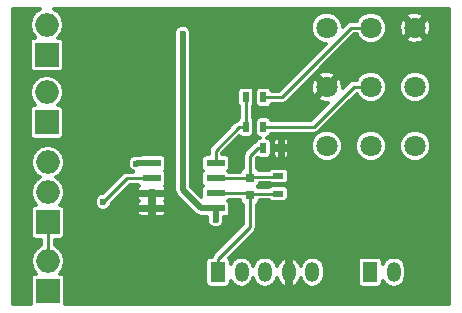
<source format=gbl>
G04 #@! TF.FileFunction,Copper,L2,Bot,Signal*
%FSLAX46Y46*%
G04 Gerber Fmt 4.6, Leading zero omitted, Abs format (unit mm)*
G04 Created by KiCad (PCBNEW 4.0.4-1.fc24-product) date Thu Mar  1 09:38:40 2018*
%MOMM*%
%LPD*%
G01*
G04 APERTURE LIST*
%ADD10C,0.100000*%
%ADD11R,0.500000X0.900000*%
%ADD12R,0.750000X0.800000*%
%ADD13R,0.900000X0.500000*%
%ADD14R,1.550000X0.600000*%
%ADD15C,1.800000*%
%ADD16R,1.200000X1.700000*%
%ADD17O,1.200000X1.700000*%
%ADD18O,1.998980X1.998980*%
%ADD19R,1.998980X1.998980*%
%ADD20C,0.600000*%
%ADD21C,0.250000*%
%ADD22C,0.500000*%
%ADD23C,0.300000*%
G04 APERTURE END LIST*
D10*
D11*
X148250000Y-90300000D03*
X146750000Y-90300000D03*
D12*
X145600000Y-94300000D03*
X145600000Y-92800000D03*
D13*
X148000000Y-94150000D03*
X148000000Y-92650000D03*
D14*
X137300000Y-95405000D03*
X137300000Y-94135000D03*
X137300000Y-92865000D03*
X137300000Y-91595000D03*
X142700000Y-91595000D03*
X142700000Y-92865000D03*
X142700000Y-94135000D03*
X142700000Y-95405000D03*
D15*
X159600000Y-80100000D03*
X155850000Y-80100000D03*
X152100000Y-80100000D03*
X159600000Y-85100000D03*
X155850000Y-85100000D03*
X152100000Y-85100000D03*
X152100000Y-90100000D03*
X155850000Y-90100000D03*
X159600000Y-90100000D03*
D16*
X155800000Y-100800000D03*
D17*
X157800000Y-100800000D03*
D16*
X142900000Y-100800000D03*
D17*
X144900000Y-100800000D03*
X146900000Y-100800000D03*
X148900000Y-100800000D03*
X150900000Y-100800000D03*
D18*
X128405024Y-85573844D03*
D19*
X128405024Y-88113844D03*
D18*
X128500000Y-91500000D03*
D19*
X128500000Y-96580000D03*
D18*
X128500000Y-94040000D03*
X128400000Y-79860000D03*
D19*
X128400000Y-82400000D03*
D18*
X128500000Y-99860000D03*
D19*
X128500000Y-102400000D03*
D11*
X145250000Y-86000000D03*
X146750000Y-86000000D03*
X145250000Y-88500000D03*
X146750000Y-88500000D03*
D20*
X133200000Y-94850000D03*
X136000000Y-91600000D03*
X137300000Y-89200000D03*
X137500000Y-83400000D03*
X142700000Y-96350000D03*
X139900000Y-86050000D03*
X139900000Y-80600000D03*
D21*
X133499999Y-94550001D02*
X133200000Y-94850000D01*
X135185000Y-92865000D02*
X133499999Y-94550001D01*
X137300000Y-92865000D02*
X135185000Y-92865000D01*
D22*
X136025000Y-91595000D02*
X135970000Y-91650000D01*
X135970000Y-91630000D02*
X136000000Y-91600000D01*
X136020000Y-91600000D02*
X135970000Y-91650000D01*
X135970000Y-91650000D02*
X135970000Y-91630000D01*
X137300000Y-91595000D02*
X136025000Y-91595000D01*
D21*
X148000000Y-92650000D02*
X147950000Y-92700000D01*
X147950000Y-92700000D02*
X145700000Y-92700000D01*
X145700000Y-92700000D02*
X145600000Y-92800000D01*
X142700000Y-92865000D02*
X145535000Y-92865000D01*
X145535000Y-92865000D02*
X145600000Y-92800000D01*
X142700000Y-92865000D02*
X142765000Y-92800000D01*
X146750000Y-90300000D02*
X146250000Y-90300000D01*
X146250000Y-90300000D02*
X145600000Y-90950000D01*
X145600000Y-90950000D02*
X145600000Y-91850000D01*
X145600000Y-91850000D02*
X145600000Y-92500000D01*
X128500000Y-99860000D02*
X128500000Y-96580000D01*
X142900000Y-100800000D02*
X142900000Y-99700000D01*
X142900000Y-99700000D02*
X145600000Y-97000000D01*
X145600000Y-97000000D02*
X145600000Y-94950000D01*
X145600000Y-94950000D02*
X145600000Y-94300000D01*
X142700000Y-94135000D02*
X145435000Y-94135000D01*
X145435000Y-94135000D02*
X145600000Y-94300000D01*
X148000000Y-94150000D02*
X145750000Y-94150000D01*
X142900000Y-100550000D02*
X142900000Y-100800000D01*
D22*
X137300000Y-94135000D02*
X137300000Y-95405000D01*
D21*
X146750000Y-86000000D02*
X148300000Y-86000000D01*
X148300000Y-86000000D02*
X154200000Y-80100000D01*
X154200000Y-80100000D02*
X154577208Y-80100000D01*
X154577208Y-80100000D02*
X155850000Y-80100000D01*
X146750000Y-88500000D02*
X151000000Y-88500000D01*
X151000000Y-88500000D02*
X154400000Y-85100000D01*
X154400000Y-85100000D02*
X155850000Y-85100000D01*
D22*
X139900000Y-86050000D02*
X139900000Y-80600000D01*
X142700000Y-95405000D02*
X141455000Y-95405000D01*
X139900000Y-93850000D02*
X139900000Y-86050000D01*
X141455000Y-95405000D02*
X139900000Y-93850000D01*
X146900000Y-100800000D02*
X146900000Y-100550000D01*
X142700000Y-96350000D02*
X142700000Y-96205000D01*
X142700000Y-96205000D02*
X142700000Y-95405000D01*
D21*
X145250000Y-88500000D02*
X145250000Y-86000000D01*
X142700000Y-91595000D02*
X142700000Y-90500000D01*
X142700000Y-90500000D02*
X144700000Y-88500000D01*
X144700000Y-88500000D02*
X145250000Y-88500000D01*
D23*
G36*
X127375056Y-78806659D02*
X127060846Y-79276907D01*
X126950510Y-79831603D01*
X126950510Y-79888397D01*
X127060846Y-80443093D01*
X127375056Y-80913341D01*
X127417489Y-80941694D01*
X127400510Y-80941694D01*
X127233750Y-80973072D01*
X127080591Y-81071627D01*
X126977842Y-81222005D01*
X126941694Y-81400510D01*
X126941694Y-83399490D01*
X126973072Y-83566250D01*
X127071627Y-83719409D01*
X127222005Y-83822158D01*
X127400510Y-83858306D01*
X129399490Y-83858306D01*
X129566250Y-83826928D01*
X129719409Y-83728373D01*
X129822158Y-83577995D01*
X129858306Y-83399490D01*
X129858306Y-81400510D01*
X129826928Y-81233750D01*
X129728373Y-81080591D01*
X129577995Y-80977842D01*
X129399490Y-80941694D01*
X129382511Y-80941694D01*
X129424944Y-80913341D01*
X129535067Y-80748530D01*
X139149870Y-80748530D01*
X139200000Y-80869853D01*
X139200000Y-85780063D01*
X139150131Y-85900161D01*
X139149870Y-86198530D01*
X139200000Y-86319853D01*
X139200000Y-93850000D01*
X139253284Y-94117879D01*
X139405025Y-94344975D01*
X140960025Y-95899975D01*
X141187121Y-96051716D01*
X141455000Y-96105000D01*
X141713319Y-96105000D01*
X141746495Y-96127668D01*
X141925000Y-96163816D01*
X141965223Y-96163816D01*
X141950131Y-96200161D01*
X141949870Y-96498530D01*
X142063811Y-96774286D01*
X142274605Y-96985448D01*
X142550161Y-97099869D01*
X142848530Y-97100130D01*
X143124286Y-96986189D01*
X143335448Y-96775395D01*
X143449869Y-96499839D01*
X143450130Y-96201470D01*
X143434572Y-96163816D01*
X143475000Y-96163816D01*
X143641760Y-96132438D01*
X143794919Y-96033883D01*
X143897668Y-95883505D01*
X143933816Y-95705000D01*
X143933816Y-95105000D01*
X143902438Y-94938240D01*
X143803883Y-94785081D01*
X143783558Y-94771194D01*
X143794919Y-94763883D01*
X143831736Y-94710000D01*
X144768066Y-94710000D01*
X144797562Y-94866760D01*
X144896117Y-95019919D01*
X145025000Y-95107981D01*
X145025000Y-96761827D01*
X142493414Y-99293414D01*
X142368769Y-99479957D01*
X142366536Y-99491184D01*
X142300000Y-99491184D01*
X142133240Y-99522562D01*
X141980081Y-99621117D01*
X141877332Y-99771495D01*
X141841184Y-99950000D01*
X141841184Y-101650000D01*
X141872562Y-101816760D01*
X141971117Y-101969919D01*
X142121495Y-102072668D01*
X142300000Y-102108816D01*
X143500000Y-102108816D01*
X143666760Y-102077438D01*
X143819919Y-101978883D01*
X143922668Y-101828505D01*
X143958816Y-101650000D01*
X143958816Y-101520524D01*
X144157538Y-101817931D01*
X144498182Y-102045543D01*
X144900000Y-102125469D01*
X145301818Y-102045543D01*
X145642462Y-101817931D01*
X145870074Y-101477287D01*
X145900000Y-101326838D01*
X145929926Y-101477287D01*
X146157538Y-101817931D01*
X146498182Y-102045543D01*
X146900000Y-102125469D01*
X147301818Y-102045543D01*
X147642462Y-101817931D01*
X147870074Y-101477287D01*
X147898281Y-101335478D01*
X147946417Y-101517073D01*
X148197745Y-101846440D01*
X148589275Y-102052970D01*
X148750000Y-101975422D01*
X148750000Y-100950000D01*
X148730000Y-100950000D01*
X148730000Y-100650000D01*
X148750000Y-100650000D01*
X148750000Y-99624578D01*
X149050000Y-99624578D01*
X149050000Y-100650000D01*
X149070000Y-100650000D01*
X149070000Y-100950000D01*
X149050000Y-100950000D01*
X149050000Y-101975422D01*
X149210725Y-102052970D01*
X149602255Y-101846440D01*
X149853583Y-101517073D01*
X149901719Y-101335478D01*
X149929926Y-101477287D01*
X150157538Y-101817931D01*
X150498182Y-102045543D01*
X150900000Y-102125469D01*
X151301818Y-102045543D01*
X151642462Y-101817931D01*
X151870074Y-101477287D01*
X151950000Y-101075469D01*
X151950000Y-100524531D01*
X151870074Y-100122713D01*
X151754671Y-99950000D01*
X154741184Y-99950000D01*
X154741184Y-101650000D01*
X154772562Y-101816760D01*
X154871117Y-101969919D01*
X155021495Y-102072668D01*
X155200000Y-102108816D01*
X156400000Y-102108816D01*
X156566760Y-102077438D01*
X156719919Y-101978883D01*
X156822668Y-101828505D01*
X156858816Y-101650000D01*
X156858816Y-101520524D01*
X157057538Y-101817931D01*
X157398182Y-102045543D01*
X157800000Y-102125469D01*
X158201818Y-102045543D01*
X158542462Y-101817931D01*
X158770074Y-101477287D01*
X158850000Y-101075469D01*
X158850000Y-100524531D01*
X158770074Y-100122713D01*
X158542462Y-99782069D01*
X158201818Y-99554457D01*
X157800000Y-99474531D01*
X157398182Y-99554457D01*
X157057538Y-99782069D01*
X156858816Y-100079476D01*
X156858816Y-99950000D01*
X156827438Y-99783240D01*
X156728883Y-99630081D01*
X156578505Y-99527332D01*
X156400000Y-99491184D01*
X155200000Y-99491184D01*
X155033240Y-99522562D01*
X154880081Y-99621117D01*
X154777332Y-99771495D01*
X154741184Y-99950000D01*
X151754671Y-99950000D01*
X151642462Y-99782069D01*
X151301818Y-99554457D01*
X150900000Y-99474531D01*
X150498182Y-99554457D01*
X150157538Y-99782069D01*
X149929926Y-100122713D01*
X149901719Y-100264522D01*
X149853583Y-100082927D01*
X149602255Y-99753560D01*
X149210725Y-99547030D01*
X149050000Y-99624578D01*
X148750000Y-99624578D01*
X148589275Y-99547030D01*
X148197745Y-99753560D01*
X147946417Y-100082927D01*
X147898281Y-100264522D01*
X147870074Y-100122713D01*
X147642462Y-99782069D01*
X147301818Y-99554457D01*
X146900000Y-99474531D01*
X146498182Y-99554457D01*
X146157538Y-99782069D01*
X145929926Y-100122713D01*
X145900000Y-100273162D01*
X145870074Y-100122713D01*
X145642462Y-99782069D01*
X145301818Y-99554457D01*
X144900000Y-99474531D01*
X144498182Y-99554457D01*
X144157538Y-99782069D01*
X143958816Y-100079476D01*
X143958816Y-99950000D01*
X143927438Y-99783240D01*
X143828883Y-99630081D01*
X143801679Y-99611493D01*
X146006587Y-97406586D01*
X146131231Y-97220043D01*
X146175000Y-97000000D01*
X146175000Y-95106049D01*
X146294919Y-95028883D01*
X146397668Y-94878505D01*
X146428753Y-94725000D01*
X147228553Y-94725000D01*
X147371495Y-94822668D01*
X147550000Y-94858816D01*
X148450000Y-94858816D01*
X148616760Y-94827438D01*
X148769919Y-94728883D01*
X148872668Y-94578505D01*
X148908816Y-94400000D01*
X148908816Y-93900000D01*
X148877438Y-93733240D01*
X148778883Y-93580081D01*
X148628505Y-93477332D01*
X148450000Y-93441184D01*
X147550000Y-93441184D01*
X147383240Y-93472562D01*
X147230081Y-93571117D01*
X147227428Y-93575000D01*
X146296447Y-93575000D01*
X146260946Y-93550744D01*
X146294919Y-93528883D01*
X146397668Y-93378505D01*
X146418628Y-93275000D01*
X147301731Y-93275000D01*
X147371495Y-93322668D01*
X147550000Y-93358816D01*
X148450000Y-93358816D01*
X148616760Y-93327438D01*
X148769919Y-93228883D01*
X148872668Y-93078505D01*
X148908816Y-92900000D01*
X148908816Y-92400000D01*
X148877438Y-92233240D01*
X148778883Y-92080081D01*
X148628505Y-91977332D01*
X148450000Y-91941184D01*
X147550000Y-91941184D01*
X147383240Y-91972562D01*
X147230081Y-92071117D01*
X147193264Y-92125000D01*
X146332788Y-92125000D01*
X146303883Y-92080081D01*
X146175000Y-91992019D01*
X146175000Y-91188172D01*
X146243676Y-91119496D01*
X146321495Y-91172668D01*
X146500000Y-91208816D01*
X147000000Y-91208816D01*
X147166760Y-91177438D01*
X147319919Y-91078883D01*
X147422668Y-90928505D01*
X147458816Y-90750000D01*
X147458816Y-90562500D01*
X147550000Y-90562500D01*
X147550000Y-90839510D01*
X147618508Y-91004904D01*
X147745095Y-91131491D01*
X147910489Y-91200000D01*
X148012500Y-91200000D01*
X148125000Y-91087500D01*
X148125000Y-90450000D01*
X148375000Y-90450000D01*
X148375000Y-91087500D01*
X148487500Y-91200000D01*
X148589511Y-91200000D01*
X148754905Y-91131491D01*
X148881492Y-91004904D01*
X148950000Y-90839510D01*
X148950000Y-90562500D01*
X148837500Y-90450000D01*
X148375000Y-90450000D01*
X148125000Y-90450000D01*
X147662500Y-90450000D01*
X147550000Y-90562500D01*
X147458816Y-90562500D01*
X147458816Y-90367353D01*
X150749766Y-90367353D01*
X150954858Y-90863715D01*
X151334288Y-91243807D01*
X151830290Y-91449765D01*
X152367353Y-91450234D01*
X152863715Y-91245142D01*
X153243807Y-90865712D01*
X153449765Y-90369710D01*
X153449767Y-90367353D01*
X154499766Y-90367353D01*
X154704858Y-90863715D01*
X155084288Y-91243807D01*
X155580290Y-91449765D01*
X156117353Y-91450234D01*
X156613715Y-91245142D01*
X156993807Y-90865712D01*
X157199765Y-90369710D01*
X157199767Y-90367353D01*
X158249766Y-90367353D01*
X158454858Y-90863715D01*
X158834288Y-91243807D01*
X159330290Y-91449765D01*
X159867353Y-91450234D01*
X160363715Y-91245142D01*
X160743807Y-90865712D01*
X160949765Y-90369710D01*
X160950234Y-89832647D01*
X160745142Y-89336285D01*
X160365712Y-88956193D01*
X159869710Y-88750235D01*
X159332647Y-88749766D01*
X158836285Y-88954858D01*
X158456193Y-89334288D01*
X158250235Y-89830290D01*
X158249766Y-90367353D01*
X157199767Y-90367353D01*
X157200234Y-89832647D01*
X156995142Y-89336285D01*
X156615712Y-88956193D01*
X156119710Y-88750235D01*
X155582647Y-88749766D01*
X155086285Y-88954858D01*
X154706193Y-89334288D01*
X154500235Y-89830290D01*
X154499766Y-90367353D01*
X153449767Y-90367353D01*
X153450234Y-89832647D01*
X153245142Y-89336285D01*
X152865712Y-88956193D01*
X152369710Y-88750235D01*
X151832647Y-88749766D01*
X151336285Y-88954858D01*
X150956193Y-89334288D01*
X150750235Y-89830290D01*
X150749766Y-90367353D01*
X147458816Y-90367353D01*
X147458816Y-89850000D01*
X147441974Y-89760490D01*
X147550000Y-89760490D01*
X147550000Y-90037500D01*
X147662500Y-90150000D01*
X148125000Y-90150000D01*
X148125000Y-89512500D01*
X148375000Y-89512500D01*
X148375000Y-90150000D01*
X148837500Y-90150000D01*
X148950000Y-90037500D01*
X148950000Y-89760490D01*
X148881492Y-89595096D01*
X148754905Y-89468509D01*
X148589511Y-89400000D01*
X148487500Y-89400000D01*
X148375000Y-89512500D01*
X148125000Y-89512500D01*
X148012500Y-89400000D01*
X147910489Y-89400000D01*
X147745095Y-89468509D01*
X147618508Y-89595096D01*
X147550000Y-89760490D01*
X147441974Y-89760490D01*
X147427438Y-89683240D01*
X147328883Y-89530081D01*
X147178505Y-89427332D01*
X147045133Y-89400324D01*
X147166760Y-89377438D01*
X147319919Y-89278883D01*
X147422668Y-89128505D01*
X147433503Y-89075000D01*
X151000000Y-89075000D01*
X151220043Y-89031231D01*
X151406586Y-88906586D01*
X154630184Y-85682988D01*
X154704858Y-85863715D01*
X155084288Y-86243807D01*
X155580290Y-86449765D01*
X156117353Y-86450234D01*
X156613715Y-86245142D01*
X156993807Y-85865712D01*
X157199765Y-85369710D01*
X157199767Y-85367353D01*
X158249766Y-85367353D01*
X158454858Y-85863715D01*
X158834288Y-86243807D01*
X159330290Y-86449765D01*
X159867353Y-86450234D01*
X160363715Y-86245142D01*
X160743807Y-85865712D01*
X160949765Y-85369710D01*
X160950234Y-84832647D01*
X160745142Y-84336285D01*
X160365712Y-83956193D01*
X159869710Y-83750235D01*
X159332647Y-83749766D01*
X158836285Y-83954858D01*
X158456193Y-84334288D01*
X158250235Y-84830290D01*
X158249766Y-85367353D01*
X157199767Y-85367353D01*
X157200234Y-84832647D01*
X156995142Y-84336285D01*
X156615712Y-83956193D01*
X156119710Y-83750235D01*
X155582647Y-83749766D01*
X155086285Y-83954858D01*
X154706193Y-84334288D01*
X154627002Y-84525000D01*
X154400000Y-84525000D01*
X154179957Y-84568769D01*
X153993414Y-84693414D01*
X153462046Y-85224782D01*
X153427939Y-84737804D01*
X153295105Y-84417116D01*
X153093496Y-84318636D01*
X152312132Y-85100000D01*
X152326275Y-85114143D01*
X152114143Y-85326275D01*
X152100000Y-85312132D01*
X151318636Y-86093496D01*
X151417116Y-86295105D01*
X151926444Y-86465462D01*
X152243577Y-86443251D01*
X150761828Y-87925000D01*
X147435296Y-87925000D01*
X147427438Y-87883240D01*
X147328883Y-87730081D01*
X147178505Y-87627332D01*
X147000000Y-87591184D01*
X146500000Y-87591184D01*
X146333240Y-87622562D01*
X146180081Y-87721117D01*
X146077332Y-87871495D01*
X146041184Y-88050000D01*
X146041184Y-88950000D01*
X146072562Y-89116760D01*
X146171117Y-89269919D01*
X146321495Y-89372668D01*
X146454867Y-89399676D01*
X146333240Y-89422562D01*
X146180081Y-89521117D01*
X146077332Y-89671495D01*
X146058795Y-89763033D01*
X146029957Y-89768769D01*
X145843414Y-89893413D01*
X145193414Y-90543414D01*
X145068769Y-90729957D01*
X145025000Y-90950000D01*
X145025000Y-91993951D01*
X144905081Y-92071117D01*
X144802332Y-92221495D01*
X144788459Y-92290000D01*
X143832788Y-92290000D01*
X143803883Y-92245081D01*
X143783558Y-92231194D01*
X143794919Y-92223883D01*
X143897668Y-92073505D01*
X143933816Y-91895000D01*
X143933816Y-91295000D01*
X143902438Y-91128240D01*
X143803883Y-90975081D01*
X143653505Y-90872332D01*
X143475000Y-90836184D01*
X143275000Y-90836184D01*
X143275000Y-90738172D01*
X144713972Y-89299200D01*
X144821495Y-89372668D01*
X145000000Y-89408816D01*
X145500000Y-89408816D01*
X145666760Y-89377438D01*
X145819919Y-89278883D01*
X145922668Y-89128505D01*
X145958816Y-88950000D01*
X145958816Y-88050000D01*
X145927438Y-87883240D01*
X145828883Y-87730081D01*
X145825000Y-87727428D01*
X145825000Y-86771447D01*
X145922668Y-86628505D01*
X145958816Y-86450000D01*
X145958816Y-85550000D01*
X146041184Y-85550000D01*
X146041184Y-86450000D01*
X146072562Y-86616760D01*
X146171117Y-86769919D01*
X146321495Y-86872668D01*
X146500000Y-86908816D01*
X147000000Y-86908816D01*
X147166760Y-86877438D01*
X147319919Y-86778883D01*
X147422668Y-86628505D01*
X147433503Y-86575000D01*
X148300000Y-86575000D01*
X148520043Y-86531231D01*
X148706586Y-86406586D01*
X150186728Y-84926444D01*
X150734538Y-84926444D01*
X150772061Y-85462196D01*
X150904895Y-85782884D01*
X151106504Y-85881364D01*
X151887868Y-85100000D01*
X151106504Y-84318636D01*
X150904895Y-84417116D01*
X150734538Y-84926444D01*
X150186728Y-84926444D01*
X151006668Y-84106504D01*
X151318636Y-84106504D01*
X152100000Y-84887868D01*
X152881364Y-84106504D01*
X152782884Y-83904895D01*
X152273556Y-83734538D01*
X151737804Y-83772061D01*
X151417116Y-83904895D01*
X151318636Y-84106504D01*
X151006668Y-84106504D01*
X154438172Y-80675000D01*
X154626883Y-80675000D01*
X154704858Y-80863715D01*
X155084288Y-81243807D01*
X155580290Y-81449765D01*
X156117353Y-81450234D01*
X156613715Y-81245142D01*
X156765625Y-81093496D01*
X158818636Y-81093496D01*
X158917116Y-81295105D01*
X159426444Y-81465462D01*
X159962196Y-81427939D01*
X160282884Y-81295105D01*
X160381364Y-81093496D01*
X159600000Y-80312132D01*
X158818636Y-81093496D01*
X156765625Y-81093496D01*
X156993807Y-80865712D01*
X157199765Y-80369710D01*
X157200152Y-79926444D01*
X158234538Y-79926444D01*
X158272061Y-80462196D01*
X158404895Y-80782884D01*
X158606504Y-80881364D01*
X159387868Y-80100000D01*
X159812132Y-80100000D01*
X160593496Y-80881364D01*
X160795105Y-80782884D01*
X160965462Y-80273556D01*
X160927939Y-79737804D01*
X160795105Y-79417116D01*
X160593496Y-79318636D01*
X159812132Y-80100000D01*
X159387868Y-80100000D01*
X158606504Y-79318636D01*
X158404895Y-79417116D01*
X158234538Y-79926444D01*
X157200152Y-79926444D01*
X157200234Y-79832647D01*
X156995142Y-79336285D01*
X156765762Y-79106504D01*
X158818636Y-79106504D01*
X159600000Y-79887868D01*
X160381364Y-79106504D01*
X160282884Y-78904895D01*
X159773556Y-78734538D01*
X159237804Y-78772061D01*
X158917116Y-78904895D01*
X158818636Y-79106504D01*
X156765762Y-79106504D01*
X156615712Y-78956193D01*
X156119710Y-78750235D01*
X155582647Y-78749766D01*
X155086285Y-78954858D01*
X154706193Y-79334288D01*
X154627002Y-79525000D01*
X154200000Y-79525000D01*
X153979957Y-79568769D01*
X153793414Y-79693414D01*
X153450056Y-80036772D01*
X153450234Y-79832647D01*
X153245142Y-79336285D01*
X152865712Y-78956193D01*
X152369710Y-78750235D01*
X151832647Y-78749766D01*
X151336285Y-78954858D01*
X150956193Y-79334288D01*
X150750235Y-79830290D01*
X150749766Y-80367353D01*
X150954858Y-80863715D01*
X151334288Y-81243807D01*
X151830290Y-81449765D01*
X152036883Y-81449945D01*
X148061828Y-85425000D01*
X147435296Y-85425000D01*
X147427438Y-85383240D01*
X147328883Y-85230081D01*
X147178505Y-85127332D01*
X147000000Y-85091184D01*
X146500000Y-85091184D01*
X146333240Y-85122562D01*
X146180081Y-85221117D01*
X146077332Y-85371495D01*
X146041184Y-85550000D01*
X145958816Y-85550000D01*
X145927438Y-85383240D01*
X145828883Y-85230081D01*
X145678505Y-85127332D01*
X145500000Y-85091184D01*
X145000000Y-85091184D01*
X144833240Y-85122562D01*
X144680081Y-85221117D01*
X144577332Y-85371495D01*
X144541184Y-85550000D01*
X144541184Y-86450000D01*
X144572562Y-86616760D01*
X144671117Y-86769919D01*
X144675000Y-86772572D01*
X144675000Y-87728553D01*
X144577332Y-87871495D01*
X144560894Y-87952670D01*
X144479957Y-87968769D01*
X144293414Y-88093414D01*
X142293414Y-90093414D01*
X142168769Y-90279957D01*
X142125000Y-90500000D01*
X142125000Y-90836184D01*
X141925000Y-90836184D01*
X141758240Y-90867562D01*
X141605081Y-90966117D01*
X141502332Y-91116495D01*
X141466184Y-91295000D01*
X141466184Y-91895000D01*
X141497562Y-92061760D01*
X141596117Y-92214919D01*
X141616442Y-92228806D01*
X141605081Y-92236117D01*
X141502332Y-92386495D01*
X141466184Y-92565000D01*
X141466184Y-93165000D01*
X141497562Y-93331760D01*
X141596117Y-93484919D01*
X141616442Y-93498806D01*
X141605081Y-93506117D01*
X141502332Y-93656495D01*
X141466184Y-93835000D01*
X141466184Y-94426234D01*
X140600000Y-93560050D01*
X140600000Y-86319937D01*
X140649869Y-86199839D01*
X140650130Y-85901470D01*
X140600000Y-85780147D01*
X140600000Y-80869937D01*
X140649869Y-80749839D01*
X140650130Y-80451470D01*
X140536189Y-80175714D01*
X140325395Y-79964552D01*
X140049839Y-79850131D01*
X139751470Y-79849870D01*
X139475714Y-79963811D01*
X139264552Y-80174605D01*
X139150131Y-80450161D01*
X139149870Y-80748530D01*
X129535067Y-80748530D01*
X129739154Y-80443093D01*
X129849490Y-79888397D01*
X129849490Y-79831603D01*
X129739154Y-79276907D01*
X129424944Y-78806659D01*
X129003412Y-78525000D01*
X162475000Y-78525000D01*
X162475000Y-103475000D01*
X129943015Y-103475000D01*
X129958306Y-103399490D01*
X129958306Y-101400510D01*
X129926928Y-101233750D01*
X129828373Y-101080591D01*
X129677995Y-100977842D01*
X129499490Y-100941694D01*
X129482511Y-100941694D01*
X129524944Y-100913341D01*
X129839154Y-100443093D01*
X129949490Y-99888397D01*
X129949490Y-99831603D01*
X129839154Y-99276907D01*
X129524944Y-98806659D01*
X129075000Y-98506016D01*
X129075000Y-98038306D01*
X129499490Y-98038306D01*
X129666250Y-98006928D01*
X129819409Y-97908373D01*
X129922158Y-97757995D01*
X129958306Y-97579490D01*
X129958306Y-95667500D01*
X136075000Y-95667500D01*
X136075000Y-95794510D01*
X136143508Y-95959904D01*
X136270095Y-96086491D01*
X136435489Y-96155000D01*
X137037500Y-96155000D01*
X137150000Y-96042500D01*
X137150000Y-95555000D01*
X137450000Y-95555000D01*
X137450000Y-96042500D01*
X137562500Y-96155000D01*
X138164511Y-96155000D01*
X138329905Y-96086491D01*
X138456492Y-95959904D01*
X138525000Y-95794510D01*
X138525000Y-95667500D01*
X138412500Y-95555000D01*
X137450000Y-95555000D01*
X137150000Y-95555000D01*
X136187500Y-95555000D01*
X136075000Y-95667500D01*
X129958306Y-95667500D01*
X129958306Y-95580510D01*
X129926928Y-95413750D01*
X129828373Y-95260591D01*
X129677995Y-95157842D01*
X129499490Y-95121694D01*
X129482511Y-95121694D01*
X129524944Y-95093341D01*
X129588294Y-94998530D01*
X132449870Y-94998530D01*
X132563811Y-95274286D01*
X132774605Y-95485448D01*
X133050161Y-95599869D01*
X133348530Y-95600130D01*
X133624286Y-95486189D01*
X133835448Y-95275395D01*
X133949869Y-94999839D01*
X133949945Y-94913227D01*
X134465672Y-94397500D01*
X136075000Y-94397500D01*
X136075000Y-94524510D01*
X136143508Y-94689904D01*
X136223604Y-94770000D01*
X136143508Y-94850096D01*
X136075000Y-95015490D01*
X136075000Y-95142500D01*
X136187500Y-95255000D01*
X137150000Y-95255000D01*
X137150000Y-94285000D01*
X137450000Y-94285000D01*
X137450000Y-95255000D01*
X138412500Y-95255000D01*
X138525000Y-95142500D01*
X138525000Y-95015490D01*
X138456492Y-94850096D01*
X138376396Y-94770000D01*
X138456492Y-94689904D01*
X138525000Y-94524510D01*
X138525000Y-94397500D01*
X138412500Y-94285000D01*
X137450000Y-94285000D01*
X137150000Y-94285000D01*
X136187500Y-94285000D01*
X136075000Y-94397500D01*
X134465672Y-94397500D01*
X135423173Y-93440000D01*
X136167212Y-93440000D01*
X136196117Y-93484919D01*
X136221406Y-93502198D01*
X136143508Y-93580096D01*
X136075000Y-93745490D01*
X136075000Y-93872500D01*
X136187500Y-93985000D01*
X137150000Y-93985000D01*
X137150000Y-93965000D01*
X137450000Y-93965000D01*
X137450000Y-93985000D01*
X138412500Y-93985000D01*
X138525000Y-93872500D01*
X138525000Y-93745490D01*
X138456492Y-93580096D01*
X138379926Y-93503530D01*
X138394919Y-93493883D01*
X138497668Y-93343505D01*
X138533816Y-93165000D01*
X138533816Y-92565000D01*
X138502438Y-92398240D01*
X138403883Y-92245081D01*
X138383558Y-92231194D01*
X138394919Y-92223883D01*
X138497668Y-92073505D01*
X138533816Y-91895000D01*
X138533816Y-91295000D01*
X138502438Y-91128240D01*
X138403883Y-90975081D01*
X138253505Y-90872332D01*
X138075000Y-90836184D01*
X136525000Y-90836184D01*
X136358240Y-90867562D01*
X136315600Y-90895000D01*
X136257895Y-90895000D01*
X136149839Y-90850131D01*
X135851470Y-90849870D01*
X135575714Y-90963811D01*
X135364552Y-91174605D01*
X135250131Y-91450161D01*
X135249870Y-91748530D01*
X135363811Y-92024286D01*
X135456270Y-92116907D01*
X135475025Y-92144975D01*
X135502848Y-92163566D01*
X135574605Y-92235448D01*
X135669234Y-92274741D01*
X135692070Y-92290000D01*
X135185000Y-92290000D01*
X134964957Y-92333769D01*
X134778413Y-92458414D01*
X133136883Y-94099945D01*
X133051470Y-94099870D01*
X132775714Y-94213811D01*
X132564552Y-94424605D01*
X132450131Y-94700161D01*
X132449870Y-94998530D01*
X129588294Y-94998530D01*
X129839154Y-94623093D01*
X129949490Y-94068397D01*
X129949490Y-94011603D01*
X129839154Y-93456907D01*
X129524944Y-92986659D01*
X129200691Y-92770000D01*
X129524944Y-92553341D01*
X129839154Y-92083093D01*
X129949490Y-91528397D01*
X129949490Y-91471603D01*
X129839154Y-90916907D01*
X129524944Y-90446659D01*
X129054696Y-90132449D01*
X128500000Y-90022113D01*
X127945304Y-90132449D01*
X127475056Y-90446659D01*
X127160846Y-90916907D01*
X127050510Y-91471603D01*
X127050510Y-91528397D01*
X127160846Y-92083093D01*
X127475056Y-92553341D01*
X127799309Y-92770000D01*
X127475056Y-92986659D01*
X127160846Y-93456907D01*
X127050510Y-94011603D01*
X127050510Y-94068397D01*
X127160846Y-94623093D01*
X127475056Y-95093341D01*
X127517489Y-95121694D01*
X127500510Y-95121694D01*
X127333750Y-95153072D01*
X127180591Y-95251627D01*
X127077842Y-95402005D01*
X127041694Y-95580510D01*
X127041694Y-97579490D01*
X127073072Y-97746250D01*
X127171627Y-97899409D01*
X127322005Y-98002158D01*
X127500510Y-98038306D01*
X127925000Y-98038306D01*
X127925000Y-98506016D01*
X127475056Y-98806659D01*
X127160846Y-99276907D01*
X127050510Y-99831603D01*
X127050510Y-99888397D01*
X127160846Y-100443093D01*
X127475056Y-100913341D01*
X127517489Y-100941694D01*
X127500510Y-100941694D01*
X127333750Y-100973072D01*
X127180591Y-101071627D01*
X127077842Y-101222005D01*
X127041694Y-101400510D01*
X127041694Y-103399490D01*
X127055902Y-103475000D01*
X125525000Y-103475000D01*
X125525000Y-87114354D01*
X126946718Y-87114354D01*
X126946718Y-89113334D01*
X126978096Y-89280094D01*
X127076651Y-89433253D01*
X127227029Y-89536002D01*
X127405534Y-89572150D01*
X129404514Y-89572150D01*
X129571274Y-89540772D01*
X129724433Y-89442217D01*
X129827182Y-89291839D01*
X129863330Y-89113334D01*
X129863330Y-87114354D01*
X129831952Y-86947594D01*
X129733397Y-86794435D01*
X129583019Y-86691686D01*
X129404514Y-86655538D01*
X129387535Y-86655538D01*
X129429968Y-86627185D01*
X129744178Y-86156937D01*
X129854514Y-85602241D01*
X129854514Y-85545447D01*
X129744178Y-84990751D01*
X129429968Y-84520503D01*
X128959720Y-84206293D01*
X128405024Y-84095957D01*
X127850328Y-84206293D01*
X127380080Y-84520503D01*
X127065870Y-84990751D01*
X126955534Y-85545447D01*
X126955534Y-85602241D01*
X127065870Y-86156937D01*
X127380080Y-86627185D01*
X127422513Y-86655538D01*
X127405534Y-86655538D01*
X127238774Y-86686916D01*
X127085615Y-86785471D01*
X126982866Y-86935849D01*
X126946718Y-87114354D01*
X125525000Y-87114354D01*
X125525000Y-78525000D01*
X127796588Y-78525000D01*
X127375056Y-78806659D01*
X127375056Y-78806659D01*
G37*
X127375056Y-78806659D02*
X127060846Y-79276907D01*
X126950510Y-79831603D01*
X126950510Y-79888397D01*
X127060846Y-80443093D01*
X127375056Y-80913341D01*
X127417489Y-80941694D01*
X127400510Y-80941694D01*
X127233750Y-80973072D01*
X127080591Y-81071627D01*
X126977842Y-81222005D01*
X126941694Y-81400510D01*
X126941694Y-83399490D01*
X126973072Y-83566250D01*
X127071627Y-83719409D01*
X127222005Y-83822158D01*
X127400510Y-83858306D01*
X129399490Y-83858306D01*
X129566250Y-83826928D01*
X129719409Y-83728373D01*
X129822158Y-83577995D01*
X129858306Y-83399490D01*
X129858306Y-81400510D01*
X129826928Y-81233750D01*
X129728373Y-81080591D01*
X129577995Y-80977842D01*
X129399490Y-80941694D01*
X129382511Y-80941694D01*
X129424944Y-80913341D01*
X129535067Y-80748530D01*
X139149870Y-80748530D01*
X139200000Y-80869853D01*
X139200000Y-85780063D01*
X139150131Y-85900161D01*
X139149870Y-86198530D01*
X139200000Y-86319853D01*
X139200000Y-93850000D01*
X139253284Y-94117879D01*
X139405025Y-94344975D01*
X140960025Y-95899975D01*
X141187121Y-96051716D01*
X141455000Y-96105000D01*
X141713319Y-96105000D01*
X141746495Y-96127668D01*
X141925000Y-96163816D01*
X141965223Y-96163816D01*
X141950131Y-96200161D01*
X141949870Y-96498530D01*
X142063811Y-96774286D01*
X142274605Y-96985448D01*
X142550161Y-97099869D01*
X142848530Y-97100130D01*
X143124286Y-96986189D01*
X143335448Y-96775395D01*
X143449869Y-96499839D01*
X143450130Y-96201470D01*
X143434572Y-96163816D01*
X143475000Y-96163816D01*
X143641760Y-96132438D01*
X143794919Y-96033883D01*
X143897668Y-95883505D01*
X143933816Y-95705000D01*
X143933816Y-95105000D01*
X143902438Y-94938240D01*
X143803883Y-94785081D01*
X143783558Y-94771194D01*
X143794919Y-94763883D01*
X143831736Y-94710000D01*
X144768066Y-94710000D01*
X144797562Y-94866760D01*
X144896117Y-95019919D01*
X145025000Y-95107981D01*
X145025000Y-96761827D01*
X142493414Y-99293414D01*
X142368769Y-99479957D01*
X142366536Y-99491184D01*
X142300000Y-99491184D01*
X142133240Y-99522562D01*
X141980081Y-99621117D01*
X141877332Y-99771495D01*
X141841184Y-99950000D01*
X141841184Y-101650000D01*
X141872562Y-101816760D01*
X141971117Y-101969919D01*
X142121495Y-102072668D01*
X142300000Y-102108816D01*
X143500000Y-102108816D01*
X143666760Y-102077438D01*
X143819919Y-101978883D01*
X143922668Y-101828505D01*
X143958816Y-101650000D01*
X143958816Y-101520524D01*
X144157538Y-101817931D01*
X144498182Y-102045543D01*
X144900000Y-102125469D01*
X145301818Y-102045543D01*
X145642462Y-101817931D01*
X145870074Y-101477287D01*
X145900000Y-101326838D01*
X145929926Y-101477287D01*
X146157538Y-101817931D01*
X146498182Y-102045543D01*
X146900000Y-102125469D01*
X147301818Y-102045543D01*
X147642462Y-101817931D01*
X147870074Y-101477287D01*
X147898281Y-101335478D01*
X147946417Y-101517073D01*
X148197745Y-101846440D01*
X148589275Y-102052970D01*
X148750000Y-101975422D01*
X148750000Y-100950000D01*
X148730000Y-100950000D01*
X148730000Y-100650000D01*
X148750000Y-100650000D01*
X148750000Y-99624578D01*
X149050000Y-99624578D01*
X149050000Y-100650000D01*
X149070000Y-100650000D01*
X149070000Y-100950000D01*
X149050000Y-100950000D01*
X149050000Y-101975422D01*
X149210725Y-102052970D01*
X149602255Y-101846440D01*
X149853583Y-101517073D01*
X149901719Y-101335478D01*
X149929926Y-101477287D01*
X150157538Y-101817931D01*
X150498182Y-102045543D01*
X150900000Y-102125469D01*
X151301818Y-102045543D01*
X151642462Y-101817931D01*
X151870074Y-101477287D01*
X151950000Y-101075469D01*
X151950000Y-100524531D01*
X151870074Y-100122713D01*
X151754671Y-99950000D01*
X154741184Y-99950000D01*
X154741184Y-101650000D01*
X154772562Y-101816760D01*
X154871117Y-101969919D01*
X155021495Y-102072668D01*
X155200000Y-102108816D01*
X156400000Y-102108816D01*
X156566760Y-102077438D01*
X156719919Y-101978883D01*
X156822668Y-101828505D01*
X156858816Y-101650000D01*
X156858816Y-101520524D01*
X157057538Y-101817931D01*
X157398182Y-102045543D01*
X157800000Y-102125469D01*
X158201818Y-102045543D01*
X158542462Y-101817931D01*
X158770074Y-101477287D01*
X158850000Y-101075469D01*
X158850000Y-100524531D01*
X158770074Y-100122713D01*
X158542462Y-99782069D01*
X158201818Y-99554457D01*
X157800000Y-99474531D01*
X157398182Y-99554457D01*
X157057538Y-99782069D01*
X156858816Y-100079476D01*
X156858816Y-99950000D01*
X156827438Y-99783240D01*
X156728883Y-99630081D01*
X156578505Y-99527332D01*
X156400000Y-99491184D01*
X155200000Y-99491184D01*
X155033240Y-99522562D01*
X154880081Y-99621117D01*
X154777332Y-99771495D01*
X154741184Y-99950000D01*
X151754671Y-99950000D01*
X151642462Y-99782069D01*
X151301818Y-99554457D01*
X150900000Y-99474531D01*
X150498182Y-99554457D01*
X150157538Y-99782069D01*
X149929926Y-100122713D01*
X149901719Y-100264522D01*
X149853583Y-100082927D01*
X149602255Y-99753560D01*
X149210725Y-99547030D01*
X149050000Y-99624578D01*
X148750000Y-99624578D01*
X148589275Y-99547030D01*
X148197745Y-99753560D01*
X147946417Y-100082927D01*
X147898281Y-100264522D01*
X147870074Y-100122713D01*
X147642462Y-99782069D01*
X147301818Y-99554457D01*
X146900000Y-99474531D01*
X146498182Y-99554457D01*
X146157538Y-99782069D01*
X145929926Y-100122713D01*
X145900000Y-100273162D01*
X145870074Y-100122713D01*
X145642462Y-99782069D01*
X145301818Y-99554457D01*
X144900000Y-99474531D01*
X144498182Y-99554457D01*
X144157538Y-99782069D01*
X143958816Y-100079476D01*
X143958816Y-99950000D01*
X143927438Y-99783240D01*
X143828883Y-99630081D01*
X143801679Y-99611493D01*
X146006587Y-97406586D01*
X146131231Y-97220043D01*
X146175000Y-97000000D01*
X146175000Y-95106049D01*
X146294919Y-95028883D01*
X146397668Y-94878505D01*
X146428753Y-94725000D01*
X147228553Y-94725000D01*
X147371495Y-94822668D01*
X147550000Y-94858816D01*
X148450000Y-94858816D01*
X148616760Y-94827438D01*
X148769919Y-94728883D01*
X148872668Y-94578505D01*
X148908816Y-94400000D01*
X148908816Y-93900000D01*
X148877438Y-93733240D01*
X148778883Y-93580081D01*
X148628505Y-93477332D01*
X148450000Y-93441184D01*
X147550000Y-93441184D01*
X147383240Y-93472562D01*
X147230081Y-93571117D01*
X147227428Y-93575000D01*
X146296447Y-93575000D01*
X146260946Y-93550744D01*
X146294919Y-93528883D01*
X146397668Y-93378505D01*
X146418628Y-93275000D01*
X147301731Y-93275000D01*
X147371495Y-93322668D01*
X147550000Y-93358816D01*
X148450000Y-93358816D01*
X148616760Y-93327438D01*
X148769919Y-93228883D01*
X148872668Y-93078505D01*
X148908816Y-92900000D01*
X148908816Y-92400000D01*
X148877438Y-92233240D01*
X148778883Y-92080081D01*
X148628505Y-91977332D01*
X148450000Y-91941184D01*
X147550000Y-91941184D01*
X147383240Y-91972562D01*
X147230081Y-92071117D01*
X147193264Y-92125000D01*
X146332788Y-92125000D01*
X146303883Y-92080081D01*
X146175000Y-91992019D01*
X146175000Y-91188172D01*
X146243676Y-91119496D01*
X146321495Y-91172668D01*
X146500000Y-91208816D01*
X147000000Y-91208816D01*
X147166760Y-91177438D01*
X147319919Y-91078883D01*
X147422668Y-90928505D01*
X147458816Y-90750000D01*
X147458816Y-90562500D01*
X147550000Y-90562500D01*
X147550000Y-90839510D01*
X147618508Y-91004904D01*
X147745095Y-91131491D01*
X147910489Y-91200000D01*
X148012500Y-91200000D01*
X148125000Y-91087500D01*
X148125000Y-90450000D01*
X148375000Y-90450000D01*
X148375000Y-91087500D01*
X148487500Y-91200000D01*
X148589511Y-91200000D01*
X148754905Y-91131491D01*
X148881492Y-91004904D01*
X148950000Y-90839510D01*
X148950000Y-90562500D01*
X148837500Y-90450000D01*
X148375000Y-90450000D01*
X148125000Y-90450000D01*
X147662500Y-90450000D01*
X147550000Y-90562500D01*
X147458816Y-90562500D01*
X147458816Y-90367353D01*
X150749766Y-90367353D01*
X150954858Y-90863715D01*
X151334288Y-91243807D01*
X151830290Y-91449765D01*
X152367353Y-91450234D01*
X152863715Y-91245142D01*
X153243807Y-90865712D01*
X153449765Y-90369710D01*
X153449767Y-90367353D01*
X154499766Y-90367353D01*
X154704858Y-90863715D01*
X155084288Y-91243807D01*
X155580290Y-91449765D01*
X156117353Y-91450234D01*
X156613715Y-91245142D01*
X156993807Y-90865712D01*
X157199765Y-90369710D01*
X157199767Y-90367353D01*
X158249766Y-90367353D01*
X158454858Y-90863715D01*
X158834288Y-91243807D01*
X159330290Y-91449765D01*
X159867353Y-91450234D01*
X160363715Y-91245142D01*
X160743807Y-90865712D01*
X160949765Y-90369710D01*
X160950234Y-89832647D01*
X160745142Y-89336285D01*
X160365712Y-88956193D01*
X159869710Y-88750235D01*
X159332647Y-88749766D01*
X158836285Y-88954858D01*
X158456193Y-89334288D01*
X158250235Y-89830290D01*
X158249766Y-90367353D01*
X157199767Y-90367353D01*
X157200234Y-89832647D01*
X156995142Y-89336285D01*
X156615712Y-88956193D01*
X156119710Y-88750235D01*
X155582647Y-88749766D01*
X155086285Y-88954858D01*
X154706193Y-89334288D01*
X154500235Y-89830290D01*
X154499766Y-90367353D01*
X153449767Y-90367353D01*
X153450234Y-89832647D01*
X153245142Y-89336285D01*
X152865712Y-88956193D01*
X152369710Y-88750235D01*
X151832647Y-88749766D01*
X151336285Y-88954858D01*
X150956193Y-89334288D01*
X150750235Y-89830290D01*
X150749766Y-90367353D01*
X147458816Y-90367353D01*
X147458816Y-89850000D01*
X147441974Y-89760490D01*
X147550000Y-89760490D01*
X147550000Y-90037500D01*
X147662500Y-90150000D01*
X148125000Y-90150000D01*
X148125000Y-89512500D01*
X148375000Y-89512500D01*
X148375000Y-90150000D01*
X148837500Y-90150000D01*
X148950000Y-90037500D01*
X148950000Y-89760490D01*
X148881492Y-89595096D01*
X148754905Y-89468509D01*
X148589511Y-89400000D01*
X148487500Y-89400000D01*
X148375000Y-89512500D01*
X148125000Y-89512500D01*
X148012500Y-89400000D01*
X147910489Y-89400000D01*
X147745095Y-89468509D01*
X147618508Y-89595096D01*
X147550000Y-89760490D01*
X147441974Y-89760490D01*
X147427438Y-89683240D01*
X147328883Y-89530081D01*
X147178505Y-89427332D01*
X147045133Y-89400324D01*
X147166760Y-89377438D01*
X147319919Y-89278883D01*
X147422668Y-89128505D01*
X147433503Y-89075000D01*
X151000000Y-89075000D01*
X151220043Y-89031231D01*
X151406586Y-88906586D01*
X154630184Y-85682988D01*
X154704858Y-85863715D01*
X155084288Y-86243807D01*
X155580290Y-86449765D01*
X156117353Y-86450234D01*
X156613715Y-86245142D01*
X156993807Y-85865712D01*
X157199765Y-85369710D01*
X157199767Y-85367353D01*
X158249766Y-85367353D01*
X158454858Y-85863715D01*
X158834288Y-86243807D01*
X159330290Y-86449765D01*
X159867353Y-86450234D01*
X160363715Y-86245142D01*
X160743807Y-85865712D01*
X160949765Y-85369710D01*
X160950234Y-84832647D01*
X160745142Y-84336285D01*
X160365712Y-83956193D01*
X159869710Y-83750235D01*
X159332647Y-83749766D01*
X158836285Y-83954858D01*
X158456193Y-84334288D01*
X158250235Y-84830290D01*
X158249766Y-85367353D01*
X157199767Y-85367353D01*
X157200234Y-84832647D01*
X156995142Y-84336285D01*
X156615712Y-83956193D01*
X156119710Y-83750235D01*
X155582647Y-83749766D01*
X155086285Y-83954858D01*
X154706193Y-84334288D01*
X154627002Y-84525000D01*
X154400000Y-84525000D01*
X154179957Y-84568769D01*
X153993414Y-84693414D01*
X153462046Y-85224782D01*
X153427939Y-84737804D01*
X153295105Y-84417116D01*
X153093496Y-84318636D01*
X152312132Y-85100000D01*
X152326275Y-85114143D01*
X152114143Y-85326275D01*
X152100000Y-85312132D01*
X151318636Y-86093496D01*
X151417116Y-86295105D01*
X151926444Y-86465462D01*
X152243577Y-86443251D01*
X150761828Y-87925000D01*
X147435296Y-87925000D01*
X147427438Y-87883240D01*
X147328883Y-87730081D01*
X147178505Y-87627332D01*
X147000000Y-87591184D01*
X146500000Y-87591184D01*
X146333240Y-87622562D01*
X146180081Y-87721117D01*
X146077332Y-87871495D01*
X146041184Y-88050000D01*
X146041184Y-88950000D01*
X146072562Y-89116760D01*
X146171117Y-89269919D01*
X146321495Y-89372668D01*
X146454867Y-89399676D01*
X146333240Y-89422562D01*
X146180081Y-89521117D01*
X146077332Y-89671495D01*
X146058795Y-89763033D01*
X146029957Y-89768769D01*
X145843414Y-89893413D01*
X145193414Y-90543414D01*
X145068769Y-90729957D01*
X145025000Y-90950000D01*
X145025000Y-91993951D01*
X144905081Y-92071117D01*
X144802332Y-92221495D01*
X144788459Y-92290000D01*
X143832788Y-92290000D01*
X143803883Y-92245081D01*
X143783558Y-92231194D01*
X143794919Y-92223883D01*
X143897668Y-92073505D01*
X143933816Y-91895000D01*
X143933816Y-91295000D01*
X143902438Y-91128240D01*
X143803883Y-90975081D01*
X143653505Y-90872332D01*
X143475000Y-90836184D01*
X143275000Y-90836184D01*
X143275000Y-90738172D01*
X144713972Y-89299200D01*
X144821495Y-89372668D01*
X145000000Y-89408816D01*
X145500000Y-89408816D01*
X145666760Y-89377438D01*
X145819919Y-89278883D01*
X145922668Y-89128505D01*
X145958816Y-88950000D01*
X145958816Y-88050000D01*
X145927438Y-87883240D01*
X145828883Y-87730081D01*
X145825000Y-87727428D01*
X145825000Y-86771447D01*
X145922668Y-86628505D01*
X145958816Y-86450000D01*
X145958816Y-85550000D01*
X146041184Y-85550000D01*
X146041184Y-86450000D01*
X146072562Y-86616760D01*
X146171117Y-86769919D01*
X146321495Y-86872668D01*
X146500000Y-86908816D01*
X147000000Y-86908816D01*
X147166760Y-86877438D01*
X147319919Y-86778883D01*
X147422668Y-86628505D01*
X147433503Y-86575000D01*
X148300000Y-86575000D01*
X148520043Y-86531231D01*
X148706586Y-86406586D01*
X150186728Y-84926444D01*
X150734538Y-84926444D01*
X150772061Y-85462196D01*
X150904895Y-85782884D01*
X151106504Y-85881364D01*
X151887868Y-85100000D01*
X151106504Y-84318636D01*
X150904895Y-84417116D01*
X150734538Y-84926444D01*
X150186728Y-84926444D01*
X151006668Y-84106504D01*
X151318636Y-84106504D01*
X152100000Y-84887868D01*
X152881364Y-84106504D01*
X152782884Y-83904895D01*
X152273556Y-83734538D01*
X151737804Y-83772061D01*
X151417116Y-83904895D01*
X151318636Y-84106504D01*
X151006668Y-84106504D01*
X154438172Y-80675000D01*
X154626883Y-80675000D01*
X154704858Y-80863715D01*
X155084288Y-81243807D01*
X155580290Y-81449765D01*
X156117353Y-81450234D01*
X156613715Y-81245142D01*
X156765625Y-81093496D01*
X158818636Y-81093496D01*
X158917116Y-81295105D01*
X159426444Y-81465462D01*
X159962196Y-81427939D01*
X160282884Y-81295105D01*
X160381364Y-81093496D01*
X159600000Y-80312132D01*
X158818636Y-81093496D01*
X156765625Y-81093496D01*
X156993807Y-80865712D01*
X157199765Y-80369710D01*
X157200152Y-79926444D01*
X158234538Y-79926444D01*
X158272061Y-80462196D01*
X158404895Y-80782884D01*
X158606504Y-80881364D01*
X159387868Y-80100000D01*
X159812132Y-80100000D01*
X160593496Y-80881364D01*
X160795105Y-80782884D01*
X160965462Y-80273556D01*
X160927939Y-79737804D01*
X160795105Y-79417116D01*
X160593496Y-79318636D01*
X159812132Y-80100000D01*
X159387868Y-80100000D01*
X158606504Y-79318636D01*
X158404895Y-79417116D01*
X158234538Y-79926444D01*
X157200152Y-79926444D01*
X157200234Y-79832647D01*
X156995142Y-79336285D01*
X156765762Y-79106504D01*
X158818636Y-79106504D01*
X159600000Y-79887868D01*
X160381364Y-79106504D01*
X160282884Y-78904895D01*
X159773556Y-78734538D01*
X159237804Y-78772061D01*
X158917116Y-78904895D01*
X158818636Y-79106504D01*
X156765762Y-79106504D01*
X156615712Y-78956193D01*
X156119710Y-78750235D01*
X155582647Y-78749766D01*
X155086285Y-78954858D01*
X154706193Y-79334288D01*
X154627002Y-79525000D01*
X154200000Y-79525000D01*
X153979957Y-79568769D01*
X153793414Y-79693414D01*
X153450056Y-80036772D01*
X153450234Y-79832647D01*
X153245142Y-79336285D01*
X152865712Y-78956193D01*
X152369710Y-78750235D01*
X151832647Y-78749766D01*
X151336285Y-78954858D01*
X150956193Y-79334288D01*
X150750235Y-79830290D01*
X150749766Y-80367353D01*
X150954858Y-80863715D01*
X151334288Y-81243807D01*
X151830290Y-81449765D01*
X152036883Y-81449945D01*
X148061828Y-85425000D01*
X147435296Y-85425000D01*
X147427438Y-85383240D01*
X147328883Y-85230081D01*
X147178505Y-85127332D01*
X147000000Y-85091184D01*
X146500000Y-85091184D01*
X146333240Y-85122562D01*
X146180081Y-85221117D01*
X146077332Y-85371495D01*
X146041184Y-85550000D01*
X145958816Y-85550000D01*
X145927438Y-85383240D01*
X145828883Y-85230081D01*
X145678505Y-85127332D01*
X145500000Y-85091184D01*
X145000000Y-85091184D01*
X144833240Y-85122562D01*
X144680081Y-85221117D01*
X144577332Y-85371495D01*
X144541184Y-85550000D01*
X144541184Y-86450000D01*
X144572562Y-86616760D01*
X144671117Y-86769919D01*
X144675000Y-86772572D01*
X144675000Y-87728553D01*
X144577332Y-87871495D01*
X144560894Y-87952670D01*
X144479957Y-87968769D01*
X144293414Y-88093414D01*
X142293414Y-90093414D01*
X142168769Y-90279957D01*
X142125000Y-90500000D01*
X142125000Y-90836184D01*
X141925000Y-90836184D01*
X141758240Y-90867562D01*
X141605081Y-90966117D01*
X141502332Y-91116495D01*
X141466184Y-91295000D01*
X141466184Y-91895000D01*
X141497562Y-92061760D01*
X141596117Y-92214919D01*
X141616442Y-92228806D01*
X141605081Y-92236117D01*
X141502332Y-92386495D01*
X141466184Y-92565000D01*
X141466184Y-93165000D01*
X141497562Y-93331760D01*
X141596117Y-93484919D01*
X141616442Y-93498806D01*
X141605081Y-93506117D01*
X141502332Y-93656495D01*
X141466184Y-93835000D01*
X141466184Y-94426234D01*
X140600000Y-93560050D01*
X140600000Y-86319937D01*
X140649869Y-86199839D01*
X140650130Y-85901470D01*
X140600000Y-85780147D01*
X140600000Y-80869937D01*
X140649869Y-80749839D01*
X140650130Y-80451470D01*
X140536189Y-80175714D01*
X140325395Y-79964552D01*
X140049839Y-79850131D01*
X139751470Y-79849870D01*
X139475714Y-79963811D01*
X139264552Y-80174605D01*
X139150131Y-80450161D01*
X139149870Y-80748530D01*
X129535067Y-80748530D01*
X129739154Y-80443093D01*
X129849490Y-79888397D01*
X129849490Y-79831603D01*
X129739154Y-79276907D01*
X129424944Y-78806659D01*
X129003412Y-78525000D01*
X162475000Y-78525000D01*
X162475000Y-103475000D01*
X129943015Y-103475000D01*
X129958306Y-103399490D01*
X129958306Y-101400510D01*
X129926928Y-101233750D01*
X129828373Y-101080591D01*
X129677995Y-100977842D01*
X129499490Y-100941694D01*
X129482511Y-100941694D01*
X129524944Y-100913341D01*
X129839154Y-100443093D01*
X129949490Y-99888397D01*
X129949490Y-99831603D01*
X129839154Y-99276907D01*
X129524944Y-98806659D01*
X129075000Y-98506016D01*
X129075000Y-98038306D01*
X129499490Y-98038306D01*
X129666250Y-98006928D01*
X129819409Y-97908373D01*
X129922158Y-97757995D01*
X129958306Y-97579490D01*
X129958306Y-95667500D01*
X136075000Y-95667500D01*
X136075000Y-95794510D01*
X136143508Y-95959904D01*
X136270095Y-96086491D01*
X136435489Y-96155000D01*
X137037500Y-96155000D01*
X137150000Y-96042500D01*
X137150000Y-95555000D01*
X137450000Y-95555000D01*
X137450000Y-96042500D01*
X137562500Y-96155000D01*
X138164511Y-96155000D01*
X138329905Y-96086491D01*
X138456492Y-95959904D01*
X138525000Y-95794510D01*
X138525000Y-95667500D01*
X138412500Y-95555000D01*
X137450000Y-95555000D01*
X137150000Y-95555000D01*
X136187500Y-95555000D01*
X136075000Y-95667500D01*
X129958306Y-95667500D01*
X129958306Y-95580510D01*
X129926928Y-95413750D01*
X129828373Y-95260591D01*
X129677995Y-95157842D01*
X129499490Y-95121694D01*
X129482511Y-95121694D01*
X129524944Y-95093341D01*
X129588294Y-94998530D01*
X132449870Y-94998530D01*
X132563811Y-95274286D01*
X132774605Y-95485448D01*
X133050161Y-95599869D01*
X133348530Y-95600130D01*
X133624286Y-95486189D01*
X133835448Y-95275395D01*
X133949869Y-94999839D01*
X133949945Y-94913227D01*
X134465672Y-94397500D01*
X136075000Y-94397500D01*
X136075000Y-94524510D01*
X136143508Y-94689904D01*
X136223604Y-94770000D01*
X136143508Y-94850096D01*
X136075000Y-95015490D01*
X136075000Y-95142500D01*
X136187500Y-95255000D01*
X137150000Y-95255000D01*
X137150000Y-94285000D01*
X137450000Y-94285000D01*
X137450000Y-95255000D01*
X138412500Y-95255000D01*
X138525000Y-95142500D01*
X138525000Y-95015490D01*
X138456492Y-94850096D01*
X138376396Y-94770000D01*
X138456492Y-94689904D01*
X138525000Y-94524510D01*
X138525000Y-94397500D01*
X138412500Y-94285000D01*
X137450000Y-94285000D01*
X137150000Y-94285000D01*
X136187500Y-94285000D01*
X136075000Y-94397500D01*
X134465672Y-94397500D01*
X135423173Y-93440000D01*
X136167212Y-93440000D01*
X136196117Y-93484919D01*
X136221406Y-93502198D01*
X136143508Y-93580096D01*
X136075000Y-93745490D01*
X136075000Y-93872500D01*
X136187500Y-93985000D01*
X137150000Y-93985000D01*
X137150000Y-93965000D01*
X137450000Y-93965000D01*
X137450000Y-93985000D01*
X138412500Y-93985000D01*
X138525000Y-93872500D01*
X138525000Y-93745490D01*
X138456492Y-93580096D01*
X138379926Y-93503530D01*
X138394919Y-93493883D01*
X138497668Y-93343505D01*
X138533816Y-93165000D01*
X138533816Y-92565000D01*
X138502438Y-92398240D01*
X138403883Y-92245081D01*
X138383558Y-92231194D01*
X138394919Y-92223883D01*
X138497668Y-92073505D01*
X138533816Y-91895000D01*
X138533816Y-91295000D01*
X138502438Y-91128240D01*
X138403883Y-90975081D01*
X138253505Y-90872332D01*
X138075000Y-90836184D01*
X136525000Y-90836184D01*
X136358240Y-90867562D01*
X136315600Y-90895000D01*
X136257895Y-90895000D01*
X136149839Y-90850131D01*
X135851470Y-90849870D01*
X135575714Y-90963811D01*
X135364552Y-91174605D01*
X135250131Y-91450161D01*
X135249870Y-91748530D01*
X135363811Y-92024286D01*
X135456270Y-92116907D01*
X135475025Y-92144975D01*
X135502848Y-92163566D01*
X135574605Y-92235448D01*
X135669234Y-92274741D01*
X135692070Y-92290000D01*
X135185000Y-92290000D01*
X134964957Y-92333769D01*
X134778413Y-92458414D01*
X133136883Y-94099945D01*
X133051470Y-94099870D01*
X132775714Y-94213811D01*
X132564552Y-94424605D01*
X132450131Y-94700161D01*
X132449870Y-94998530D01*
X129588294Y-94998530D01*
X129839154Y-94623093D01*
X129949490Y-94068397D01*
X129949490Y-94011603D01*
X129839154Y-93456907D01*
X129524944Y-92986659D01*
X129200691Y-92770000D01*
X129524944Y-92553341D01*
X129839154Y-92083093D01*
X129949490Y-91528397D01*
X129949490Y-91471603D01*
X129839154Y-90916907D01*
X129524944Y-90446659D01*
X129054696Y-90132449D01*
X128500000Y-90022113D01*
X127945304Y-90132449D01*
X127475056Y-90446659D01*
X127160846Y-90916907D01*
X127050510Y-91471603D01*
X127050510Y-91528397D01*
X127160846Y-92083093D01*
X127475056Y-92553341D01*
X127799309Y-92770000D01*
X127475056Y-92986659D01*
X127160846Y-93456907D01*
X127050510Y-94011603D01*
X127050510Y-94068397D01*
X127160846Y-94623093D01*
X127475056Y-95093341D01*
X127517489Y-95121694D01*
X127500510Y-95121694D01*
X127333750Y-95153072D01*
X127180591Y-95251627D01*
X127077842Y-95402005D01*
X127041694Y-95580510D01*
X127041694Y-97579490D01*
X127073072Y-97746250D01*
X127171627Y-97899409D01*
X127322005Y-98002158D01*
X127500510Y-98038306D01*
X127925000Y-98038306D01*
X127925000Y-98506016D01*
X127475056Y-98806659D01*
X127160846Y-99276907D01*
X127050510Y-99831603D01*
X127050510Y-99888397D01*
X127160846Y-100443093D01*
X127475056Y-100913341D01*
X127517489Y-100941694D01*
X127500510Y-100941694D01*
X127333750Y-100973072D01*
X127180591Y-101071627D01*
X127077842Y-101222005D01*
X127041694Y-101400510D01*
X127041694Y-103399490D01*
X127055902Y-103475000D01*
X125525000Y-103475000D01*
X125525000Y-87114354D01*
X126946718Y-87114354D01*
X126946718Y-89113334D01*
X126978096Y-89280094D01*
X127076651Y-89433253D01*
X127227029Y-89536002D01*
X127405534Y-89572150D01*
X129404514Y-89572150D01*
X129571274Y-89540772D01*
X129724433Y-89442217D01*
X129827182Y-89291839D01*
X129863330Y-89113334D01*
X129863330Y-87114354D01*
X129831952Y-86947594D01*
X129733397Y-86794435D01*
X129583019Y-86691686D01*
X129404514Y-86655538D01*
X129387535Y-86655538D01*
X129429968Y-86627185D01*
X129744178Y-86156937D01*
X129854514Y-85602241D01*
X129854514Y-85545447D01*
X129744178Y-84990751D01*
X129429968Y-84520503D01*
X128959720Y-84206293D01*
X128405024Y-84095957D01*
X127850328Y-84206293D01*
X127380080Y-84520503D01*
X127065870Y-84990751D01*
X126955534Y-85545447D01*
X126955534Y-85602241D01*
X127065870Y-86156937D01*
X127380080Y-86627185D01*
X127422513Y-86655538D01*
X127405534Y-86655538D01*
X127238774Y-86686916D01*
X127085615Y-86785471D01*
X126982866Y-86935849D01*
X126946718Y-87114354D01*
X125525000Y-87114354D01*
X125525000Y-78525000D01*
X127796588Y-78525000D01*
X127375056Y-78806659D01*
M02*

</source>
